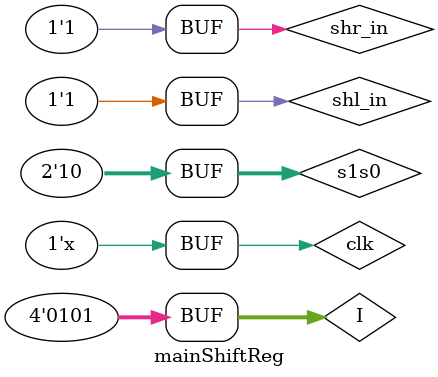
<source format=v>
`timescale 1 ns/1 ns
module shiftReg
(
input wire [1:0] s1s0 ,
input shl_in,
input shr_in,
input wire [3:0] I,
output reg [3:0] Q,
input clk
);
always @(posedge clk)
begin
  if (s1s0==2'b00) // can be written as (~en)
    Q<=Q;
  else if(s1s0==2'b01)
    Q<=I;
  else if (s1s0==2'b10)
    Q<= {shr_in,Q[3:1]};
  else if (s1s0==2'b11)
    Q<= {Q[2:0],shl_in};
  else
    Q = 4'bxxxx;
end
endmodule

module mainShiftReg();

reg clk;
reg [1:0] s1s0;
reg shl_in;
reg shr_in;
reg [3:0] I;
wire [3:0] Q;

shiftReg myReg(s1s0,shl_in,shr_in,I,Q,clk);
initial begin
	clk<=1'b0;
	#30 s1s0<=2'b01;
	shl_in<=1;
	shr_in<=1;
	I<=4'b0000;
	#30 s1s0<=2'b10;
	shl_in<=1;
	shr_in<=1;
	I<=4'b0101;
end

always begin
	#15 clk<=~clk;	
end

endmodule
</source>
